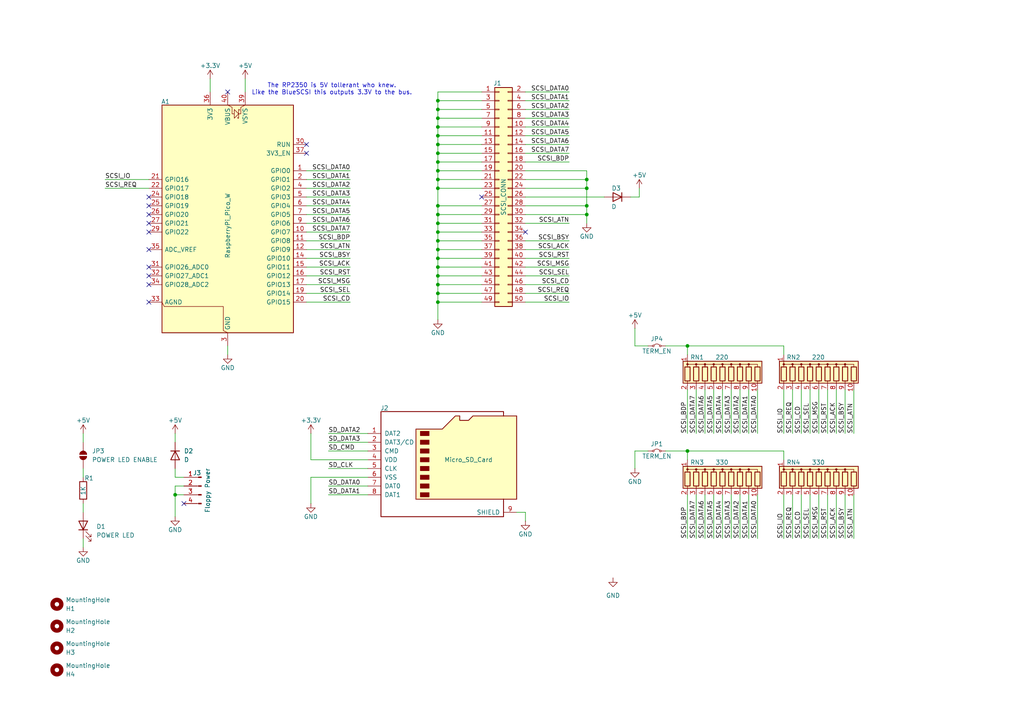
<source format=kicad_sch>
(kicad_sch (version 20250114) (generator "eeschema") (generator_version "9.0")
  (paper "A4")
  (lib_symbols
    (symbol "Connector:Conn_01x04_Pin" (pin_names (offset 1.016) (hide yes))
      (property "Reference" "J" (at 0 5.08 0))
      (property "Value" "Conn_01x04_Pin" (at 0 -7.62 0))
      (symbol "Conn_01x04_Pin_1_1"
        (rectangle (start 0.8636 2.667) (end 0 2.413) (stroke (width 0.1524)) (fill (type outline)))
        (rectangle (start 0.8636 0.127) (end 0 -0.127) (stroke (width 0.1524)) (fill (type outline)))
        (rectangle (start 0.8636 -2.413) (end 0 -2.667) (stroke (width 0.1524)) (fill (type outline)))
        (rectangle (start 0.8636 -4.953) (end 0 -5.207) (stroke (width 0.1524)) (fill (type outline)))
        (polyline (pts (xy 1.27 2.54) (xy 0.8636 2.54)) (stroke (width 0.1524)))
        (polyline (pts (xy 1.27 0) (xy 0.8636 0)) (stroke (width 0.1524)))
        (polyline (pts (xy 1.27 -2.54) (xy 0.8636 -2.54)) (stroke (width 0.1524)))
        (polyline (pts (xy 1.27 -5.08) (xy 0.8636 -5.08)) (stroke (width 0.1524)))
        (pin passive line (at 5.08 2.54 180) (length 3.81) (name "Pin_1") (number "1"))
        (pin passive line (at 5.08 0 180) (length 3.81) (name "Pin_2") (number "2"))
        (pin passive line (at 5.08 -2.54 180) (length 3.81) (name "Pin_3") (number "3"))
        (pin passive line (at 5.08 -5.08 180) (length 3.81) (name "Pin_4") (number "4"))
      )
    )
    (symbol "Connector:Micro_SD_Card" (pin_names (offset 1.016))
      (property "Reference" "J" (at -16.51 15.24 0))
      (property "Value" "Micro_SD_Card" (at 16.51 15.24 0))
      (symbol "Micro_SD_Card_0_1"
        (polyline (pts (xy -8.89 -11.43) (xy -8.89 8.89) (xy -1.27 8.89) (xy 2.54 12.7) (xy 3.81 12.7) (xy 3.81 11.43) (xy 6.35 11.43) (xy 7.62 12.7) (xy 20.32 12.7) (xy 20.32 -11.43) (xy -8.89 -11.43)) (stroke (width 0.254)) (fill (type background)))
        (rectangle (start -7.62 8.255) (end -5.08 6.985) (fill (type outline)))
        (rectangle (start -7.62 5.715) (end -5.08 4.445) (fill (type outline)))
        (rectangle (start -7.62 3.175) (end -5.08 1.905) (fill (type outline)))
        (rectangle (start -7.62 0.635) (end -5.08 -0.635) (fill (type outline)))
        (rectangle (start -7.62 -1.905) (end -5.08 -3.175) (fill (type outline)))
        (rectangle (start -7.62 -4.445) (end -5.08 -5.715) (fill (type outline)))
        (rectangle (start -7.62 -6.985) (end -5.08 -8.255) (fill (type outline)))
        (rectangle (start -7.62 -9.525) (end -5.08 -10.795) (fill (type outline)))
        (polyline (pts (xy 16.51 12.7) (xy 16.51 13.97) (xy -19.05 13.97) (xy -19.05 -16.51) (xy 16.51 -16.51) (xy 16.51 -11.43)) (stroke (width 0.254)))
      )
      (symbol "Micro_SD_Card_1_1"
        (pin bidirectional line (at -22.86 7.62 0) (length 3.81) (name "DAT2") (number "1"))
        (pin bidirectional line (at -22.86 5.08 0) (length 3.81) (name "DAT3/CD") (number "2"))
        (pin input line (at -22.86 2.54 0) (length 3.81) (name "CMD") (number "3"))
        (pin power_in line (at -22.86 0 0) (length 3.81) (name "VDD") (number "4"))
        (pin input line (at -22.86 -2.54 0) (length 3.81) (name "CLK") (number "5"))
        (pin power_in line (at -22.86 -5.08 0) (length 3.81) (name "VSS") (number "6"))
        (pin bidirectional line (at -22.86 -7.62 0) (length 3.81) (name "DAT0") (number "7"))
        (pin bidirectional line (at -22.86 -10.16 0) (length 3.81) (name "DAT1") (number "8"))
        (pin passive line (at 20.32 -15.24 180) (length 3.81) (name "SHIELD") (number "9"))
      )
    )
    (symbol "Connector_Generic:Conn_02x25_Odd_Even" (pin_names (offset 1.016) (hide yes))
      (property "Reference" "J" (at 1.27 33.02 0))
      (property "Value" "Conn_02x25_Odd_Even" (at 1.27 -33.02 0))
      (symbol "Conn_02x25_Odd_Even_1_1"
        (rectangle (start -1.27 31.75) (end 3.81 -31.75) (stroke (width 0.254)) (fill (type background)))
        (rectangle (start -1.27 30.607) (end 0 30.353) (stroke (width 0.1524)))
        (rectangle (start -1.27 28.067) (end 0 27.813) (stroke (width 0.1524)))
        (rectangle (start -1.27 25.527) (end 0 25.273) (stroke (width 0.1524)))
        (rectangle (start -1.27 22.987) (end 0 22.733) (stroke (width 0.1524)))
        (rectangle (start -1.27 20.447) (end 0 20.193) (stroke (width 0.1524)))
        (rectangle (start -1.27 17.907) (end 0 17.653) (stroke (width 0.1524)))
        (rectangle (start -1.27 15.367) (end 0 15.113) (stroke (width 0.1524)))
        (rectangle (start -1.27 12.827) (end 0 12.573) (stroke (width 0.1524)))
        (rectangle (start -1.27 10.287) (end 0 10.033) (stroke (width 0.1524)))
        (rectangle (start -1.27 7.747) (end 0 7.493) (stroke (width 0.1524)))
        (rectangle (start -1.27 5.207) (end 0 4.953) (stroke (width 0.1524)))
        (rectangle (start -1.27 2.667) (end 0 2.413) (stroke (width 0.1524)))
        (rectangle (start -1.27 0.127) (end 0 -0.127) (stroke (width 0.1524)))
        (rectangle (start -1.27 -2.413) (end 0 -2.667) (stroke (width 0.1524)))
        (rectangle (start -1.27 -4.953) (end 0 -5.207) (stroke (width 0.1524)))
        (rectangle (start -1.27 -7.493) (end 0 -7.747) (stroke (width 0.1524)))
        (rectangle (start -1.27 -10.033) (end 0 -10.287) (stroke (width 0.1524)))
        (rectangle (start -1.27 -12.573) (end 0 -12.827) (stroke (width 0.1524)))
        (rectangle (start -1.27 -15.113) (end 0 -15.367) (stroke (width 0.1524)))
        (rectangle (start -1.27 -17.653) (end 0 -17.907) (stroke (width 0.1524)))
        (rectangle (start -1.27 -20.193) (end 0 -20.447) (stroke (width 0.1524)))
        (rectangle (start -1.27 -22.733) (end 0 -22.987) (stroke (width 0.1524)))
        (rectangle (start -1.27 -25.273) (end 0 -25.527) (stroke (width 0.1524)))
        (rectangle (start -1.27 -27.813) (end 0 -28.067) (stroke (width 0.1524)))
        (rectangle (start -1.27 -30.353) (end 0 -30.607) (stroke (width 0.1524)))
        (rectangle (start 3.81 30.607) (end 2.54 30.353) (stroke (width 0.1524)))
        (rectangle (start 3.81 28.067) (end 2.54 27.813) (stroke (width 0.1524)))
        (rectangle (start 3.81 25.527) (end 2.54 25.273) (stroke (width 0.1524)))
        (rectangle (start 3.81 22.987) (end 2.54 22.733) (stroke (width 0.1524)))
        (rectangle (start 3.81 20.447) (end 2.54 20.193) (stroke (width 0.1524)))
        (rectangle (start 3.81 17.907) (end 2.54 17.653) (stroke (width 0.1524)))
        (rectangle (start 3.81 15.367) (end 2.54 15.113) (stroke (width 0.1524)))
        (rectangle (start 3.81 12.827) (end 2.54 12.573) (stroke (width 0.1524)))
        (rectangle (start 3.81 10.287) (end 2.54 10.033) (stroke (width 0.1524)))
        (rectangle (start 3.81 7.747) (end 2.54 7.493) (stroke (width 0.1524)))
        (rectangle (start 3.81 5.207) (end 2.54 4.953) (stroke (width 0.1524)))
        (rectangle (start 3.81 2.667) (end 2.54 2.413) (stroke (width 0.1524)))
        (rectangle (start 3.81 0.127) (end 2.54 -0.127) (stroke (width 0.1524)))
        (rectangle (start 3.81 -2.413) (end 2.54 -2.667) (stroke (width 0.1524)))
        (rectangle (start 3.81 -4.953) (end 2.54 -5.207) (stroke (width 0.1524)))
        (rectangle (start 3.81 -7.493) (end 2.54 -7.747) (stroke (width 0.1524)))
        (rectangle (start 3.81 -10.033) (end 2.54 -10.287) (stroke (width 0.1524)))
        (rectangle (start 3.81 -12.573) (end 2.54 -12.827) (stroke (width 0.1524)))
        (rectangle (start 3.81 -15.113) (end 2.54 -15.367) (stroke (width 0.1524)))
        (rectangle (start 3.81 -17.653) (end 2.54 -17.907) (stroke (width 0.1524)))
        (rectangle (start 3.81 -20.193) (end 2.54 -20.447) (stroke (width 0.1524)))
        (rectangle (start 3.81 -22.733) (end 2.54 -22.987) (stroke (width 0.1524)))
        (rectangle (start 3.81 -25.273) (end 2.54 -25.527) (stroke (width 0.1524)))
        (rectangle (start 3.81 -27.813) (end 2.54 -28.067) (stroke (width 0.1524)))
        (rectangle (start 3.81 -30.353) (end 2.54 -30.607) (stroke (width 0.1524)))
        (pin passive line (at -5.08 30.48 0) (length 3.81) (name "Pin_1") (number "1"))
        (pin passive line (at -5.08 27.94 0) (length 3.81) (name "Pin_3") (number "3"))
        (pin passive line (at -5.08 25.4 0) (length 3.81) (name "Pin_5") (number "5"))
        (pin passive line (at -5.08 22.86 0) (length 3.81) (name "Pin_7") (number "7"))
        (pin passive line (at -5.08 20.32 0) (length 3.81) (name "Pin_9") (number "9"))
        (pin passive line (at -5.08 17.78 0) (length 3.81) (name "Pin_11") (number "11"))
        (pin passive line (at -5.08 15.24 0) (length 3.81) (name "Pin_13") (number "13"))
        (pin passive line (at -5.08 12.7 0) (length 3.81) (name "Pin_15") (number "15"))
        (pin passive line (at -5.08 10.16 0) (length 3.81) (name "Pin_17") (number "17"))
        (pin passive line (at -5.08 7.62 0) (length 3.81) (name "Pin_19") (number "19"))
        (pin passive line (at -5.08 5.08 0) (length 3.81) (name "Pin_21") (number "21"))
        (pin passive line (at -5.08 2.54 0) (length 3.81) (name "Pin_23") (number "23"))
        (pin passive line (at -5.08 0 0) (length 3.81) (name "Pin_25") (number "25"))
        (pin passive line (at -5.08 -2.54 0) (length 3.81) (name "Pin_27") (number "27"))
        (pin passive line (at -5.08 -5.08 0) (length 3.81) (name "Pin_29") (number "29"))
        (pin passive line (at -5.08 -7.62 0) (length 3.81) (name "Pin_31") (number "31"))
        (pin passive line (at -5.08 -10.16 0) (length 3.81) (name "Pin_33") (number "33"))
        (pin passive line (at -5.08 -12.7 0) (length 3.81) (name "Pin_35") (number "35"))
        (pin passive line (at -5.08 -15.24 0) (length 3.81) (name "Pin_37") (number "37"))
        (pin passive line (at -5.08 -17.78 0) (length 3.81) (name "Pin_39") (number "39"))
        (pin passive line (at -5.08 -20.32 0) (length 3.81) (name "Pin_41") (number "41"))
        (pin passive line (at -5.08 -22.86 0) (length 3.81) (name "Pin_43") (number "43"))
        (pin passive line (at -5.08 -25.4 0) (length 3.81) (name "Pin_45") (number "45"))
        (pin passive line (at -5.08 -27.94 0) (length 3.81) (name "Pin_47") (number "47"))
        (pin passive line (at -5.08 -30.48 0) (length 3.81) (name "Pin_49") (number "49"))
        (pin passive line (at 7.62 30.48 180) (length 3.81) (name "Pin_2") (number "2"))
        (pin passive line (at 7.62 27.94 180) (length 3.81) (name "Pin_4") (number "4"))
        (pin passive line (at 7.62 25.4 180) (length 3.81) (name "Pin_6") (number "6"))
        (pin passive line (at 7.62 22.86 180) (length 3.81) (name "Pin_8") (number "8"))
        (pin passive line (at 7.62 20.32 180) (length 3.81) (name "Pin_10") (number "10"))
        (pin passive line (at 7.62 17.78 180) (length 3.81) (name "Pin_12") (number "12"))
        (pin passive line (at 7.62 15.24 180) (length 3.81) (name "Pin_14") (number "14"))
        (pin passive line (at 7.62 12.7 180) (length 3.81) (name "Pin_16") (number "16"))
        (pin passive line (at 7.62 10.16 180) (length 3.81) (name "Pin_18") (number "18"))
        (pin passive line (at 7.62 7.62 180) (length 3.81) (name "Pin_20") (number "20"))
        (pin passive line (at 7.62 5.08 180) (length 3.81) (name "Pin_22") (number "22"))
        (pin passive line (at 7.62 2.54 180) (length 3.81) (name "Pin_24") (number "24"))
        (pin passive line (at 7.62 0 180) (length 3.81) (name "Pin_26") (number "26"))
        (pin passive line (at 7.62 -2.54 180) (length 3.81) (name "Pin_28") (number "28"))
        (pin passive line (at 7.62 -5.08 180) (length 3.81) (name "Pin_30") (number "30"))
        (pin passive line (at 7.62 -7.62 180) (length 3.81) (name "Pin_32") (number "32"))
        (pin passive line (at 7.62 -10.16 180) (length 3.81) (name "Pin_34") (number "34"))
        (pin passive line (at 7.62 -12.7 180) (length 3.81) (name "Pin_36") (number "36"))
        (pin passive line (at 7.62 -15.24 180) (length 3.81) (name "Pin_38") (number "38"))
        (pin passive line (at 7.62 -17.78 180) (length 3.81) (name "Pin_40") (number "40"))
        (pin passive line (at 7.62 -20.32 180) (length 3.81) (name "Pin_42") (number "42"))
        (pin passive line (at 7.62 -22.86 180) (length 3.81) (name "Pin_44") (number "44"))
        (pin passive line (at 7.62 -25.4 180) (length 3.81) (name "Pin_46") (number "46"))
        (pin passive line (at 7.62 -27.94 180) (length 3.81) (name "Pin_48") (number "48"))
        (pin passive line (at 7.62 -30.48 180) (length 3.81) (name "Pin_50") (number "50"))
      )
    )
    (symbol "Device:D" (pin_numbers (hide yes)) (pin_names (offset 1.016) (hide yes))
      (property "Reference" "D" (at 0 2.54 0))
      (property "Value" "D" (at 0 -2.54 0))
      (symbol "D_0_1"
        (polyline (pts (xy -1.27 1.27) (xy -1.27 -1.27)) (stroke (width 0.254)))
        (polyline (pts (xy 1.27 1.27) (xy 1.27 -1.27) (xy -1.27 0) (xy 1.27 1.27)) (stroke (width 0.254)))
        (polyline (pts (xy 1.27 0) (xy -1.27 0)))
      )
      (symbol "D_1_1"
        (pin passive line (at -3.81 0 0) (length 2.54) (name "K") (number "1"))
        (pin passive line (at 3.81 0 180) (length 2.54) (name "A") (number "2"))
      )
    )
    (symbol "Device:LED" (pin_numbers (hide yes)) (pin_names (offset 1.016) (hide yes))
      (property "Reference" "D" (at 0 2.54 0))
      (property "Value" "LED" (at 0 -2.54 0))
      (symbol "LED_0_1"
        (polyline (pts (xy -3.048 -0.762) (xy -4.572 -2.286) (xy -3.81 -2.286) (xy -4.572 -2.286) (xy -4.572 -1.524)))
        (polyline (pts (xy -1.778 -0.762) (xy -3.302 -2.286) (xy -2.54 -2.286) (xy -3.302 -2.286) (xy -3.302 -1.524)))
        (polyline (pts (xy -1.27 0) (xy 1.27 0)))
        (polyline (pts (xy -1.27 -1.27) (xy -1.27 1.27)) (stroke (width 0.254)))
        (polyline (pts (xy 1.27 -1.27) (xy 1.27 1.27) (xy -1.27 0) (xy 1.27 -1.27)) (stroke (width 0.254)))
      )
      (symbol "LED_1_1"
        (pin passive line (at -3.81 0 0) (length 2.54) (name "K") (number "1"))
        (pin passive line (at 3.81 0 180) (length 2.54) (name "A") (number "2"))
      )
    )
    (symbol "Device:R" (pin_numbers (hide yes)) (pin_names (offset 0))
      (property "Reference" "R" (at 2.032 0 90))
      (property "Value" "R" (at 0 0 90))
      (symbol "R_0_1"
        (rectangle (start -1.016 -2.54) (end 1.016 2.54) (stroke (width 0.254)))
      )
      (symbol "R_1_1"
        (pin passive line (at 0 3.81 270) (length 1.27) (name "~") (number "1"))
        (pin passive line (at 0 -3.81 90) (length 1.27) (name "~") (number "2"))
      )
    )
    (symbol "Device:R_Network09" (pin_names (offset 0) (hide yes))
      (property "Reference" "RN" (at -12.7 0 90))
      (property "Value" "R_Network09" (at 12.7 0 90))
      (symbol "R_Network09_0_1"
        (rectangle (start -11.43 -3.175) (end 11.43 3.175) (stroke (width 0.254)) (fill (type background)))
        (rectangle (start -10.922 1.524) (end -9.398 -2.54) (stroke (width 0.254)))
        (circle (center -10.16 2.286) (radius 0.254) (fill (type outline)))
        (polyline (pts (xy -10.16 1.524) (xy -10.16 2.286) (xy -7.62 2.286) (xy -7.62 1.524)))
        (polyline (pts (xy -10.16 -2.54) (xy -10.16 -3.81)))
        (rectangle (start -8.382 1.524) (end -6.858 -2.54) (stroke (width 0.254)))
        (circle (center -7.62 2.286) (radius 0.254) (fill (type outline)))
        (polyline (pts (xy -7.62 1.524) (xy -7.62 2.286) (xy -5.08 2.286) (xy -5.08 1.524)))
        (polyline (pts (xy -7.62 -2.54) (xy -7.62 -3.81)))
        (rectangle (start -5.842 1.524) (end -4.318 -2.54) (stroke (width 0.254)))
        (circle (center -5.08 2.286) (radius 0.254) (fill (type outline)))
        (polyline (pts (xy -5.08 1.524) (xy -5.08 2.286) (xy -2.54 2.286) (xy -2.54 1.524)))
        (polyline (pts (xy -5.08 -2.54) (xy -5.08 -3.81)))
        (rectangle (start -3.302 1.524) (end -1.778 -2.54) (stroke (width 0.254)))
        (circle (center -2.54 2.286) (radius 0.254) (fill (type outline)))
        (polyline (pts (xy -2.54 1.524) (xy -2.54 2.286) (xy 0 2.286) (xy 0 1.524)))
        (polyline (pts (xy -2.54 -2.54) (xy -2.54 -3.81)))
        (rectangle (start -0.762 1.524) (end 0.762 -2.54) (stroke (width 0.254)))
        (circle (center 0 2.286) (radius 0.254) (fill (type outline)))
        (polyline (pts (xy 0 1.524) (xy 0 2.286) (xy 2.54 2.286) (xy 2.54 1.524)))
        (polyline (pts (xy 0 -2.54) (xy 0 -3.81)))
        (rectangle (start 1.778 1.524) (end 3.302 -2.54) (stroke (width 0.254)))
        (circle (center 2.54 2.286) (radius 0.254) (fill (type outline)))
        (polyline (pts (xy 2.54 1.524) (xy 2.54 2.286) (xy 5.08 2.286) (xy 5.08 1.524)))
        (polyline (pts (xy 2.54 -2.54) (xy 2.54 -3.81)))
        (rectangle (start 4.318 1.524) (end 5.842 -2.54) (stroke (width 0.254)))
        (circle (center 5.08 2.286) (radius 0.254) (fill (type outline)))
        (polyline (pts (xy 5.08 1.524) (xy 5.08 2.286) (xy 7.62 2.286) (xy 7.62 1.524)))
        (polyline (pts (xy 5.08 -2.54) (xy 5.08 -3.81)))
        (rectangle (start 6.858 1.524) (end 8.382 -2.54) (stroke (width 0.254)))
        (circle (center 7.62 2.286) (radius 0.254) (fill (type outline)))
        (polyline (pts (xy 7.62 1.524) (xy 7.62 2.286) (xy 10.16 2.286) (xy 10.16 1.524)))
        (polyline (pts (xy 7.62 -2.54) (xy 7.62 -3.81)))
        (rectangle (start 9.398 1.524) (end 10.922 -2.54) (stroke (width 0.254)))
        (polyline (pts (xy 10.16 -2.54) (xy 10.16 -3.81)))
      )
      (symbol "R_Network09_1_1"
        (pin passive line (at -10.16 5.08 270) (length 2.54) (name "common") (number "1"))
        (pin passive line (at -10.16 -5.08 90) (length 1.27) (name "R1") (number "2"))
        (pin passive line (at -7.62 -5.08 90) (length 1.27) (name "R2") (number "3"))
        (pin passive line (at -5.08 -5.08 90) (length 1.27) (name "R3") (number "4"))
        (pin passive line (at -2.54 -5.08 90) (length 1.27) (name "R4") (number "5"))
        (pin passive line (at 0 -5.08 90) (length 1.27) (name "R5") (number "6"))
        (pin passive line (at 2.54 -5.08 90) (length 1.27) (name "R6") (number "7"))
        (pin passive line (at 5.08 -5.08 90) (length 1.27) (name "R7") (number "8"))
        (pin passive line (at 7.62 -5.08 90) (length 1.27) (name "R8") (number "9"))
        (pin passive line (at 10.16 -5.08 90) (length 1.27) (name "R9") (number "10"))
      )
    )
    (symbol "Jumper:Jumper_2_Small_Bridged" (pin_numbers (hide yes)) (pin_names (offset 0) (hide yes))
      (property "Reference" "JP" (at 0 2.032 0))
      (property "Value" "Jumper_2_Small_Bridged" (at 0 -2.286 0))
      (symbol "Jumper_2_Small_Bridged_0_0"
        (circle (center -1.016 0) (radius 0.254))
        (circle (center 1.016 0) (radius 0.254))
      )
      (symbol "Jumper_2_Small_Bridged_0_1"
        (arc (start -0.762 0.254) (mid 0 0.5696) (end 0.762 0.254))
      )
      (symbol "Jumper_2_Small_Bridged_1_1"
        (pin passive line (at -2.54 0 0) (length 1.27) (name "A") (number "1"))
        (pin passive line (at 2.54 0 180) (length 1.27) (name "B") (number "2"))
      )
    )
    (symbol "Jumper:SolderJumper_2_Open" (pin_numbers (hide yes)) (pin_names (offset 0) (hide yes)) (in_bom no)
      (property "Reference" "JP" (at 0 2.032 0))
      (property "Value" "SolderJumper_2_Open" (at 0 -2.54 0))
      (symbol "SolderJumper_2_Open_0_1"
        (polyline (pts (xy -0.254 1.016) (xy -0.254 -1.016)))
        (arc (start -0.254 -1.016) (mid -1.2656 0) (end -0.254 1.016))
        (arc (start -0.254 -1.016) (mid -1.2656 0) (end -0.254 1.016) (fill (type outline)))
        (arc (start 0.254 1.016) (mid 1.2656 0) (end 0.254 -1.016))
        (arc (start 0.254 1.016) (mid 1.2656 0) (end 0.254 -1.016) (fill (type outline)))
        (polyline (pts (xy 0.254 1.016) (xy 0.254 -1.016)))
      )
      (symbol "SolderJumper_2_Open_1_1"
        (pin passive line (at -3.81 0 0) (length 2.54) (name "A") (number "1"))
        (pin passive line (at 3.81 0 180) (length 2.54) (name "B") (number "2"))
      )
    )
    (symbol "MCU_Module:RaspberryPi_Pico_W" (pin_names (offset 0.762))
      (property "Reference" "A" (at -19.05 35.56 0))
      (property "Value" "RaspberryPi_Pico_W" (at 7.62 35.56 0))
      (symbol "RaspberryPi_Pico_W_0_1"
        (rectangle (start -19.05 34.29) (end 19.05 -31.75) (stroke (width 0.254)) (fill (type background)))
        (polyline (pts (xy -5.08 34.29) (xy -3.81 33.655) (xy -3.81 31.75) (xy -3.175 31.75)))
        (polyline (pts (xy -3.429 32.766) (xy -3.429 33.02) (xy -3.175 33.02) (xy -3.175 30.48) (xy -2.921 30.48) (xy -2.921 30.734)))
        (polyline (pts (xy -3.175 31.75) (xy -1.905 33.02) (xy -1.905 30.48) (xy -3.175 31.75)))
        (polyline (pts (xy 0 34.29) (xy -1.27 33.655) (xy -1.27 31.75) (xy -1.905 31.75)))
        (polyline (pts (xy 0 -31.75) (xy 1.27 -31.115) (xy 1.27 -24.13) (xy 18.415 -24.13) (xy 19.05 -22.86)))
      )
      (symbol "RaspberryPi_Pico_W_1_1"
        (pin passive line (at -22.86 22.86 0) (length 3.81) (name "RUN") (number "30"))
        (pin passive line (at -22.86 20.32 0) (length 3.81) (name "3V3_EN") (number "37"))
        (pin bidirectional line (at -22.86 15.24 0) (length 3.81) (name "GPIO0") (number "1"))
        (pin bidirectional line (at -22.86 12.7 0) (length 3.81) (name "GPIO1") (number "2"))
        (pin bidirectional line (at -22.86 10.16 0) (length 3.81) (name "GPIO2") (number "4"))
        (pin bidirectional line (at -22.86 7.62 0) (length 3.81) (name "GPIO3") (number "5"))
        (pin bidirectional line (at -22.86 5.08 0) (length 3.81) (name "GPIO4") (number "6"))
        (pin bidirectional line (at -22.86 2.54 0) (length 3.81) (name "GPIO5") (number "7"))
        (pin bidirectional line (at -22.86 0 0) (length 3.81) (name "GPIO6") (number "9"))
        (pin bidirectional line (at -22.86 -2.54 0) (length 3.81) (name "GPIO7") (number "10"))
        (pin bidirectional line (at -22.86 -5.08 0) (length 3.81) (name "GPIO8") (number "11"))
        (pin bidirectional line (at -22.86 -7.62 0) (length 3.81) (name "GPIO9") (number "12"))
        (pin bidirectional line (at -22.86 -10.16 0) (length 3.81) (name "GPIO10") (number "14"))
        (pin bidirectional line (at -22.86 -12.7 0) (length 3.81) (name "GPIO11") (number "15"))
        (pin bidirectional line (at -22.86 -15.24 0) (length 3.81) (name "GPIO12") (number "16"))
        (pin bidirectional line (at -22.86 -17.78 0) (length 3.81) (name "GPIO13") (number "17"))
        (pin bidirectional line (at -22.86 -20.32 0) (length 3.81) (name "GPIO14") (number "19"))
        (pin bidirectional line (at -22.86 -22.86 0) (length 3.81) (name "GPIO15") (number "20"))
        (pin power_in line (at -5.08 38.1 270) (length 3.81) (name "VSYS") (number "39"))
        (pin power_out line (at 0 38.1 270) (length 3.81) (name "VBUS") (number "40"))
        (pin passive line (at 0 -35.56 90) (length 3.81) (hide yes) (name "GND") (number "13"))
        (pin passive line (at 0 -35.56 90) (length 3.81) (hide yes) (name "GND") (number "18"))
        (pin passive line (at 0 -35.56 90) (length 3.81) (hide yes) (name "GND") (number "23"))
        (pin passive line (at 0 -35.56 90) (length 3.81) (hide yes) (name "GND") (number "28"))
        (pin power_out line (at 0 -35.56 90) (length 3.81) (name "GND") (number "3"))
        (pin passive line (at 0 -35.56 90) (length 3.81) (hide yes) (name "GND") (number "38"))
        (pin passive line (at 0 -35.56 90) (length 3.81) (hide yes) (name "GND") (number "8"))
        (pin power_out line (at 5.08 38.1 270) (length 3.81) (name "3V3") (number "36"))
        (pin bidirectional line (at 22.86 12.7 180) (length 3.81) (name "GPIO16") (number "21"))
        (pin bidirectional line (at 22.86 10.16 180) (length 3.81) (name "GPIO17") (number "22"))
        (pin bidirectional line (at 22.86 7.62 180) (length 3.81) (name "GPIO18") (number "24"))
        (pin bidirectional line (at 22.86 5.08 180) (length 3.81) (name "GPIO19") (number "25"))
        (pin bidirectional line (at 22.86 2.54 180) (length 3.81) (name "GPIO20") (number "26"))
        (pin bidirectional line (at 22.86 0 180) (length 3.81) (name "GPIO21") (number "27"))
        (pin bidirectional line (at 22.86 -2.54 180) (length 3.81) (name "GPIO22") (number "29"))
        (pin power_in line (at 22.86 -7.62 180) (length 3.81) (name "ADC_VREF") (number "35"))
        (pin bidirectional line (at 22.86 -12.7 180) (length 3.81) (name "GPIO26_ADC0") (number "31"))
        (pin bidirectional line (at 22.86 -15.24 180) (length 3.81) (name "GPIO27_ADC1") (number "32"))
        (pin bidirectional line (at 22.86 -17.78 180) (length 3.81) (name "GPIO28_ADC2") (number "34"))
        (pin power_out line (at 22.86 -22.86 180) (length 3.81) (name "AGND") (number "33"))
      )
    )
    (symbol "Mechanical:MountingHole" (pin_names (offset 1.016)) (in_bom no)
      (property "Reference" "H" (at 0 5.08 0))
      (property "Value" "MountingHole" (at 0 3.175 0))
      (symbol "MountingHole_0_1"
        (circle (center 0 0) (radius 1.27) (stroke (width 1.27)))
      )
    )
    (symbol "power:+3.3V" (power) (pin_numbers (hide yes)) (pin_names (offset 0) (hide yes))
      (property "Value" "+3.3V" (at 0 3.556 0))
      (symbol "+3.3V_0_1"
        (polyline (pts (xy -0.762 1.27) (xy 0 2.54)))
        (polyline (pts (xy 0 2.54) (xy 0.762 1.27)))
        (polyline (pts (xy 0 0) (xy 0 2.54)))
      )
      (symbol "+3.3V_1_1"
        (pin power_in line (at 0 0 90) (length 0) (name "~") (number "1"))
      )
    )
    (symbol "power:+5V" (power) (pin_numbers (hide yes)) (pin_names (offset 0) (hide yes))
      (property "Value" "+5V" (at 0 3.556 0))
      (symbol "+5V_0_1"
        (polyline (pts (xy -0.762 1.27) (xy 0 2.54)))
        (polyline (pts (xy 0 2.54) (xy 0.762 1.27)))
        (polyline (pts (xy 0 0) (xy 0 2.54)))
      )
      (symbol "+5V_1_1"
        (pin power_in line (at 0 0 90) (length 0) (name "~") (number "1"))
      )
    )
    (symbol "power:GND" (power) (pin_numbers (hide yes)) (pin_names (offset 0) (hide yes))
      (property "Value" "GND" (at 0 -3.81 0))
      (symbol "GND_0_1"
        (polyline (pts (xy 0 0) (xy 0 -1.27) (xy 1.27 -1.27) (xy 0 -2.54) (xy -1.27 -1.27) (xy 0 -1.27)))
      )
      (symbol "GND_1_1"
        (pin power_in line (at 0 0 270) (length 0) (name "~") (number "1"))
      )
    )
  )
  (text "The RP2350 is 5V tollerant who knew.\nLike the BlueSCSI this outputs 3.3V to the bus." (at 96.266 25.908 0) (effects (font (size 1.27 1.27))))
  (junction (at 127 31.75))
  (junction (at 127 87.63))
  (junction (at 127 62.23))
  (junction (at 170.18 54.61))
  (junction (at 127 54.61))
  (junction (at 127 34.29))
  (junction (at 127 69.85))
  (junction (at 127 77.47))
  (junction (at 127 64.77))
  (junction (at 127 29.21))
  (junction (at 127 85.09))
  (junction (at 170.18 52.07))
  (junction (at 199.39 130.81))
  (junction (at 127 46.99))
  (junction (at 50.8 143.51))
  (junction (at 127 67.31))
  (junction (at 127 39.37))
  (junction (at 199.39 100.33))
  (junction (at 127 41.91))
  (junction (at 127 49.53))
  (junction (at 127 74.93))
  (junction (at 127 44.45))
  (junction (at 127 72.39))
  (junction (at 127 80.01))
  (junction (at 127 52.07))
  (junction (at 127 82.55))
  (junction (at 127 36.83))
  (junction (at 170.18 62.23))
  (junction (at 127 59.69))
  (junction (at 170.18 59.69))
  (no_connect (at 88.9 44.45))
  (no_connect (at 53.34 146.05))
  (no_connect (at 88.9 41.91))
  (no_connect (at 139.7 57.15))
  (no_connect (at 43.18 62.23))
  (no_connect (at 43.18 87.63))
  (no_connect (at 43.18 77.47))
  (no_connect (at 152.4 67.31))
  (no_connect (at 43.18 72.39))
  (no_connect (at 66.04 26.67))
  (no_connect (at 43.18 80.01))
  (no_connect (at 43.18 67.31))
  (no_connect (at 43.18 64.77))
  (no_connect (at 43.18 59.69))
  (no_connect (at 43.18 82.55))
  (no_connect (at 43.18 57.15))
  (wire (pts (xy 127 82.55) (xy 139.7 82.55)))
  (wire (pts (xy 152.4 87.63) (xy 165.1 87.63)))
  (wire (pts (xy 184.15 100.33) (xy 187.96 100.33)))
  (wire (pts (xy 127 54.61) (xy 139.7 54.61)))
  (wire (pts (xy 90.17 138.43) (xy 106.68 138.43)))
  (wire (pts (xy 152.4 34.29) (xy 165.1 34.29)))
  (wire (pts (xy 88.9 57.15) (xy 101.6 57.15)))
  (wire (pts (xy 199.39 143.51) (xy 199.39 156.21)))
  (wire (pts (xy 88.9 80.01) (xy 101.6 80.01)))
  (wire (pts (xy 127 46.99) (xy 139.7 46.99)))
  (wire (pts (xy 152.4 31.75) (xy 165.1 31.75)))
  (wire (pts (xy 152.4 72.39) (xy 165.1 72.39)))
  (wire (pts (xy 88.9 67.31) (xy 101.6 67.31)))
  (wire (pts (xy 217.17 143.51) (xy 217.17 156.21)))
  (wire (pts (xy 127 39.37) (xy 139.7 39.37)))
  (wire (pts (xy 50.8 140.97) (xy 53.34 140.97)))
  (wire (pts (xy 95.25 140.97) (xy 106.68 140.97)))
  (wire (pts (xy 90.17 125.73) (xy 90.17 133.35)))
  (wire (pts (xy 152.4 54.61) (xy 170.18 54.61)))
  (wire (pts (xy 152.4 36.83) (xy 165.1 36.83)))
  (wire (pts (xy 170.18 62.23) (xy 170.18 64.77)))
  (wire (pts (xy 24.13 146.05) (xy 24.13 148.59)))
  (wire (pts (xy 204.47 113.03) (xy 204.47 125.73)))
  (wire (pts (xy 170.18 54.61) (xy 170.18 52.07)))
  (wire (pts (xy 199.39 102.87) (xy 199.39 100.33)))
  (wire (pts (xy 127 62.23) (xy 139.7 62.23)))
  (wire (pts (xy 149.86 148.59) (xy 152.4 148.59)))
  (wire (pts (xy 217.17 113.03) (xy 217.17 125.73)))
  (wire (pts (xy 201.93 113.03) (xy 201.93 125.73)))
  (wire (pts (xy 184.15 95.25) (xy 184.15 100.33)))
  (wire (pts (xy 88.9 77.47) (xy 101.6 77.47)))
  (wire (pts (xy 127 59.69) (xy 139.7 59.69)))
  (wire (pts (xy 127 34.29) (xy 139.7 34.29)))
  (wire (pts (xy 127 74.93) (xy 139.7 74.93)))
  (wire (pts (xy 88.9 62.23) (xy 101.6 62.23)))
  (wire (pts (xy 170.18 59.69) (xy 170.18 62.23)))
  (wire (pts (xy 229.87 143.51) (xy 229.87 156.21)))
  (wire (pts (xy 185.42 57.15) (xy 185.42 54.61)))
  (wire (pts (xy 227.33 113.03) (xy 227.33 125.73)))
  (wire (pts (xy 193.04 130.81) (xy 199.39 130.81)))
  (wire (pts (xy 127 44.45) (xy 139.7 44.45)))
  (wire (pts (xy 88.9 69.85) (xy 101.6 69.85)))
  (wire (pts (xy 170.18 49.53) (xy 170.18 52.07)))
  (wire (pts (xy 227.33 130.81) (xy 227.33 133.35)))
  (wire (pts (xy 242.57 143.51) (xy 242.57 156.21)))
  (wire (pts (xy 237.49 113.03) (xy 237.49 125.73)))
  (wire (pts (xy 50.8 138.43) (xy 53.34 138.43)))
  (wire (pts (xy 127 31.75) (xy 139.7 31.75)))
  (wire (pts (xy 127 31.75) (xy 127 34.29)))
  (wire (pts (xy 209.55 113.03) (xy 209.55 125.73)))
  (wire (pts (xy 152.4 69.85) (xy 165.1 69.85)))
  (wire (pts (xy 209.55 143.51) (xy 209.55 156.21)))
  (wire (pts (xy 127 67.31) (xy 139.7 67.31)))
  (wire (pts (xy 152.4 57.15) (xy 175.26 57.15)))
  (wire (pts (xy 95.25 130.81) (xy 106.68 130.81)))
  (wire (pts (xy 127 64.77) (xy 127 67.31)))
  (wire (pts (xy 127 39.37) (xy 127 41.91)))
  (wire (pts (xy 152.4 52.07) (xy 170.18 52.07)))
  (wire (pts (xy 88.9 85.09) (xy 101.6 85.09)))
  (wire (pts (xy 170.18 54.61) (xy 170.18 59.69)))
  (wire (pts (xy 95.25 143.51) (xy 106.68 143.51)))
  (wire (pts (xy 95.25 125.73) (xy 106.68 125.73)))
  (wire (pts (xy 43.18 54.61) (xy 30.48 54.61)))
  (wire (pts (xy 204.47 143.51) (xy 204.47 156.21)))
  (wire (pts (xy 240.03 143.51) (xy 240.03 156.21)))
  (wire (pts (xy 227.33 100.33) (xy 227.33 102.87)))
  (wire (pts (xy 90.17 133.35) (xy 106.68 133.35)))
  (wire (pts (xy 199.39 113.03) (xy 199.39 125.73)))
  (wire (pts (xy 193.04 100.33) (xy 199.39 100.33)))
  (wire (pts (xy 50.8 125.73) (xy 50.8 128.27)))
  (wire (pts (xy 88.9 52.07) (xy 101.6 52.07)))
  (wire (pts (xy 127 34.29) (xy 127 36.83)))
  (wire (pts (xy 127 69.85) (xy 127 72.39)))
  (wire (pts (xy 127 64.77) (xy 139.7 64.77)))
  (wire (pts (xy 88.9 59.69) (xy 101.6 59.69)))
  (wire (pts (xy 88.9 54.61) (xy 101.6 54.61)))
  (wire (pts (xy 95.25 135.89) (xy 106.68 135.89)))
  (wire (pts (xy 152.4 64.77) (xy 165.1 64.77)))
  (wire (pts (xy 127 36.83) (xy 139.7 36.83)))
  (wire (pts (xy 127 77.47) (xy 139.7 77.47)))
  (wire (pts (xy 185.42 57.15) (xy 182.88 57.15)))
  (wire (pts (xy 207.01 113.03) (xy 207.01 125.73)))
  (wire (pts (xy 127 85.09) (xy 127 87.63)))
  (wire (pts (xy 127 85.09) (xy 139.7 85.09)))
  (wire (pts (xy 232.41 143.51) (xy 232.41 156.21)))
  (wire (pts (xy 247.65 113.03) (xy 247.65 125.73)))
  (wire (pts (xy 199.39 100.33) (xy 227.33 100.33)))
  (wire (pts (xy 127 36.83) (xy 127 39.37)))
  (wire (pts (xy 50.8 143.51) (xy 53.34 143.51)))
  (wire (pts (xy 90.17 138.43) (xy 90.17 146.05)))
  (wire (pts (xy 219.71 143.51) (xy 219.71 156.21)))
  (wire (pts (xy 88.9 49.53) (xy 101.6 49.53)))
  (wire (pts (xy 152.4 41.91) (xy 165.1 41.91)))
  (wire (pts (xy 127 59.69) (xy 127 62.23)))
  (wire (pts (xy 152.4 148.59) (xy 152.4 151.13)))
  (wire (pts (xy 201.93 143.51) (xy 201.93 156.21)))
  (wire (pts (xy 245.11 113.03) (xy 245.11 125.73)))
  (wire (pts (xy 152.4 29.21) (xy 165.1 29.21)))
  (wire (pts (xy 88.9 74.93) (xy 101.6 74.93)))
  (wire (pts (xy 66.04 100.33) (xy 66.04 102.87)))
  (wire (pts (xy 127 72.39) (xy 127 74.93)))
  (wire (pts (xy 127 69.85) (xy 139.7 69.85)))
  (wire (pts (xy 245.11 143.51) (xy 245.11 156.21)))
  (wire (pts (xy 127 41.91) (xy 139.7 41.91)))
  (wire (pts (xy 184.15 130.81) (xy 187.96 130.81)))
  (wire (pts (xy 127 62.23) (xy 127 64.77)))
  (wire (pts (xy 127 52.07) (xy 139.7 52.07)))
  (wire (pts (xy 127 80.01) (xy 139.7 80.01)))
  (wire (pts (xy 214.63 143.51) (xy 214.63 156.21)))
  (wire (pts (xy 229.87 113.03) (xy 229.87 125.73)))
  (wire (pts (xy 127 87.63) (xy 139.7 87.63)))
  (wire (pts (xy 60.96 22.86) (xy 60.96 26.67)))
  (wire (pts (xy 240.03 113.03) (xy 240.03 125.73)))
  (wire (pts (xy 152.4 26.67) (xy 165.1 26.67)))
  (wire (pts (xy 152.4 62.23) (xy 170.18 62.23)))
  (wire (pts (xy 232.41 113.03) (xy 232.41 125.73)))
  (wire (pts (xy 184.15 130.81) (xy 184.15 135.89)))
  (wire (pts (xy 88.9 82.55) (xy 101.6 82.55)))
  (wire (pts (xy 88.9 72.39) (xy 101.6 72.39)))
  (wire (pts (xy 207.01 143.51) (xy 207.01 156.21)))
  (wire (pts (xy 127 54.61) (xy 127 59.69)))
  (wire (pts (xy 127 29.21) (xy 127 31.75)))
  (wire (pts (xy 95.25 128.27) (xy 106.68 128.27)))
  (wire (pts (xy 152.4 44.45) (xy 165.1 44.45)))
  (wire (pts (xy 127 72.39) (xy 139.7 72.39)))
  (wire (pts (xy 127 26.67) (xy 139.7 26.67)))
  (wire (pts (xy 127 26.67) (xy 127 29.21)))
  (wire (pts (xy 127 87.63) (xy 127 92.71)))
  (wire (pts (xy 50.8 135.89) (xy 50.8 138.43)))
  (wire (pts (xy 88.9 87.63) (xy 101.6 87.63)))
  (wire (pts (xy 24.13 135.89) (xy 24.13 138.43)))
  (wire (pts (xy 24.13 156.21) (xy 24.13 158.75)))
  (wire (pts (xy 127 44.45) (xy 127 46.99)))
  (wire (pts (xy 152.4 74.93) (xy 165.1 74.93)))
  (wire (pts (xy 234.95 143.51) (xy 234.95 156.21)))
  (wire (pts (xy 127 29.21) (xy 139.7 29.21)))
  (wire (pts (xy 127 49.53) (xy 139.7 49.53)))
  (wire (pts (xy 212.09 143.51) (xy 212.09 156.21)))
  (wire (pts (xy 242.57 113.03) (xy 242.57 125.73)))
  (wire (pts (xy 127 67.31) (xy 127 69.85)))
  (wire (pts (xy 152.4 39.37) (xy 165.1 39.37)))
  (wire (pts (xy 71.12 22.86) (xy 71.12 26.67)))
  (wire (pts (xy 127 41.91) (xy 127 44.45)))
  (wire (pts (xy 199.39 133.35) (xy 199.39 130.81)))
  (wire (pts (xy 152.4 59.69) (xy 170.18 59.69)))
  (wire (pts (xy 152.4 46.99) (xy 165.1 46.99)))
  (wire (pts (xy 88.9 64.77) (xy 101.6 64.77)))
  (wire (pts (xy 214.63 113.03) (xy 214.63 125.73)))
  (wire (pts (xy 152.4 80.01) (xy 165.1 80.01)))
  (wire (pts (xy 50.8 140.97) (xy 50.8 143.51)))
  (wire (pts (xy 127 74.93) (xy 127 77.47)))
  (wire (pts (xy 247.65 143.51) (xy 247.65 156.21)))
  (wire (pts (xy 152.4 82.55) (xy 165.1 82.55)))
  (wire (pts (xy 152.4 85.09) (xy 165.1 85.09)))
  (wire (pts (xy 127 77.47) (xy 127 80.01)))
  (wire (pts (xy 152.4 77.47) (xy 165.1 77.47)))
  (wire (pts (xy 127 52.07) (xy 127 54.61)))
  (wire (pts (xy 50.8 143.51) (xy 50.8 149.86)))
  (wire (pts (xy 152.4 49.53) (xy 170.18 49.53)))
  (wire (pts (xy 227.33 143.51) (xy 227.33 156.21)))
  (wire (pts (xy 219.71 113.03) (xy 219.71 125.73)))
  (wire (pts (xy 212.09 113.03) (xy 212.09 125.73)))
  (wire (pts (xy 237.49 143.51) (xy 237.49 156.21)))
  (wire (pts (xy 127 49.53) (xy 127 52.07)))
  (wire (pts (xy 199.39 130.81) (xy 227.33 130.81)))
  (wire (pts (xy 234.95 113.03) (xy 234.95 125.73)))
  (wire (pts (xy 127 82.55) (xy 127 85.09)))
  (wire (pts (xy 127 46.99) (xy 127 49.53)))
  (wire (pts (xy 24.13 125.73) (xy 24.13 128.27)))
  (wire (pts (xy 127 80.01) (xy 127 82.55)))
  (wire (pts (xy 43.18 52.07) (xy 30.48 52.07)))
  (label "SCSI_RST" (at 101.6 80.01 180))
  (label "SCSI_DATA1" (at 101.6 52.07 180))
  (label "SCSI_IO" (at 165.1 87.63 180))
  (label "SCSI_BDP" (at 165.1 46.99 180))
  (label "SCSI_ACK" (at 165.1 72.39 180))
  (label "SCSI_DATA7" (at 201.93 156.21 90))
  (label "SD_CLK" (at 95.25 135.89 0))
  (label "SD_DATA0" (at 95.25 140.97 0))
  (label "SCSI_MSG" (at 165.1 77.47 180))
  (label "SCSI_REQ" (at 30.48 54.61 0))
  (label "SCSI_RST" (at 165.1 74.93 180))
  (label "SCSI_DATA2" (at 214.63 125.73 90))
  (label "SCSI_REQ" (at 229.87 125.73 90))
  (label "SCSI_DATA4" (at 101.6 59.69 180))
  (label "SCSI_DATA0" (at 219.71 125.73 90))
  (label "SCSI_DATA3" (at 165.1 34.29 180))
  (label "SCSI_DATA6" (at 101.6 64.77 180))
  (label "SCSI_ATN" (at 101.6 72.39 180))
  (label "SCSI_DATA4" (at 209.55 125.73 90))
  (label "SCSI_BDP" (at 199.39 156.21 90))
  (label "SCSI_BSY" (at 101.6 74.93 180))
  (label "SCSI_DATA2" (at 214.63 156.21 90))
  (label "SCSI_DATA0" (at 101.6 49.53 180))
  (label "SCSI_DATA5" (at 207.01 125.73 90))
  (label "SCSI_DATA5" (at 101.6 62.23 180))
  (label "SCSI_MSG" (at 101.6 82.55 180))
  (label "SCSI_DATA2" (at 165.1 31.75 180))
  (label "SCSI_RST" (at 240.03 156.21 90))
  (label "SCSI_IO" (at 227.33 125.73 90))
  (label "SD_CMD" (at 95.25 130.81 0))
  (label "SCSI_DATA6" (at 165.1 41.91 180))
  (label "SCSI_ATN" (at 247.65 156.21 90))
  (label "SCSI_DATA4" (at 209.55 156.21 90))
  (label "SCSI_ACK" (at 242.57 125.73 90))
  (label "SCSI_REQ" (at 229.87 156.21 90))
  (label "SCSI_DATA6" (at 204.47 125.73 90))
  (label "SCSI_IO" (at 30.48 52.07 0))
  (label "SCSI_ATN" (at 247.65 125.73 90))
  (label "SCSI_DATA7" (at 201.93 125.73 90))
  (label "SCSI_DATA1" (at 217.17 125.73 90))
  (label "SCSI_IO" (at 227.33 156.21 90))
  (label "SCSI_BDP" (at 199.39 125.73 90))
  (label "SCSI_BDP" (at 101.6 69.85 180))
  (label "SCSI_DATA3" (at 212.09 125.73 90))
  (label "SCSI_CD" (at 232.41 156.21 90))
  (label "SCSI_DATA0" (at 219.71 156.21 90))
  (label "SCSI_DATA7" (at 101.6 67.31 180))
  (label "SCSI_DATA7" (at 165.1 44.45 180))
  (label "SCSI_DATA2" (at 101.6 54.61 180))
  (label "SCSI_MSG" (at 237.49 156.21 90))
  (label "SCSI_CD" (at 165.1 82.55 180))
  (label "SD_DATA3" (at 95.25 128.27 0))
  (label "SCSI_ATN" (at 165.1 64.77 180))
  (label "SCSI_SEL" (at 234.95 156.21 90))
  (label "SCSI_SEL" (at 165.1 80.01 180))
  (label "SCSI_SEL" (at 101.6 85.09 180))
  (label "SCSI_MSG" (at 237.49 125.73 90))
  (label "SCSI_DATA0" (at 165.1 26.67 180))
  (label "SCSI_RST" (at 240.03 125.73 90))
  (label "SCSI_DATA4" (at 165.1 36.83 180))
  (label "SCSI_BSY" (at 245.11 125.73 90))
  (label "SCSI_DATA1" (at 217.17 156.21 90))
  (label "SCSI_DATA5" (at 165.1 39.37 180))
  (label "SCSI_ACK" (at 101.6 77.47 180))
  (label "SD_DATA2" (at 95.25 125.73 0))
  (label "SCSI_DATA3" (at 212.09 156.21 90))
  (label "SCSI_CD" (at 101.6 87.63 180))
  (label "SCSI_DATA3" (at 101.6 57.15 180))
  (label "SCSI_SEL" (at 234.95 125.73 90))
  (label "SCSI_DATA6" (at 204.47 156.21 90))
  (label "SCSI_CD" (at 232.41 125.73 90))
  (label "SCSI_BSY" (at 165.1 69.85 180))
  (label "SCSI_DATA5" (at 207.01 156.21 90))
  (label "SD_DATA1" (at 95.25 143.51 0))
  (label "SCSI_BSY" (at 245.11 156.21 90))
  (label "SCSI_DATA1" (at 165.1 29.21 180))
  (label "SCSI_ACK" (at 242.57 156.21 90))
  (label "SCSI_REQ" (at 165.1 85.09 180))
  (symbol (lib_id "Connector_Generic:Conn_02x25_Odd_Even") (at 144.78 57.15 0) (unit 1)
    (property "Reference" "J1" (at 144.272 24.13 0))
    (property "Value" "SCSI_CONN" (at 146.05 57.15 90))
    (property "Description" "Generic connector, double row, 02x25, odd/even pin numbering scheme (row 1 odd numbers, row 2 even numbers), script generated (kicad-library-utils/schlib/autogen/connector/)" (effects (hide yes)))
  )
  (symbol (lib_id "Device:D") (at 179.07 57.15 180) (unit 1)
    (property "Reference" "D3" (at 180.086 54.61 0) (effects (justify left)))
    (property "Value" "D" (at 178.816 59.944 0) (effects (justify left)))
    (property "Description" "Diode" (effects (hide yes)))
    (property "Sim.Device" "D" (effects (hide yes)))
    (property "Sim.Pins" "1=K 2=A" (effects (hide yes)))
  )
  (symbol (lib_id "Device:R_Network09") (at 237.49 107.95 0) (unit 1)
    (property "Reference" "RN2" (at 232.156 103.632 0) (effects (justify right)))
    (property "Value" "220" (at 239.268 103.632 0) (effects (justify right)))
    (property "Footprint" "Resistor_THT:R_Array_SIP10" (effects (hide yes)))
    (property "Datasheet" "http://www.vishay.com/docs/31509/csc.pdf" (effects (hide yes)))
    (property "Description" "9 resistor network, star topology, bussed resistors, small symbol" (effects (hide yes)))
  )
  (symbol (lib_id "power:+3.3V") (at 60.96 22.86 0) (unit 1)
    (property "Reference" "#PWR011" (effects (hide yes)))
    (property "Value" "+3.3V" (at 60.96 19.05 0))
    (property "Description" "Power symbol creates a global label with name \"+3.3V\"" (effects (hide yes)))
  )
  (symbol (lib_id "Device:D") (at 50.8 132.08 270) (unit 1)
    (property "Reference" "D2" (at 53.34 130.8099 90) (effects (justify left)))
    (property "Value" "D" (at 53.34 133.3499 90) (effects (justify left)))
    (property "Description" "Diode" (effects (hide yes)))
    (property "Sim.Device" "D" (effects (hide yes)))
    (property "Sim.Pins" "1=K 2=A" (effects (hide yes)))
  )
  (symbol (lib_id "Device:R_Network09") (at 209.55 138.43 0) (unit 1)
    (property "Reference" "RN3" (at 204.216 134.112 0) (effects (justify right)))
    (property "Value" "330" (at 211.328 134.112 0) (effects (justify right)))
    (property "Footprint" "Resistor_THT:R_Array_SIP10" (effects (hide yes)))
    (property "Datasheet" "http://www.vishay.com/docs/31509/csc.pdf" (effects (hide yes)))
    (property "Description" "9 resistor network, star topology, bussed resistors, small symbol" (effects (hide yes)))
  )
  (symbol (lib_id "Connector:Micro_SD_Card") (at 129.54 133.35 0) (unit 1)
    (property "Reference" "J2" (at 111.506 118.364 0))
    (property "Value" "Micro_SD_Card" (at 135.89 133.35 0))
    (property "Datasheet" "https://www.we-online.com/components/products/datasheet/693072010801.pdf" (effects (hide yes)))
    (property "Description" "Micro SD Card Socket" (effects (hide yes)))
  )
  (symbol (lib_id "power:+5V") (at 50.8 125.73 0) (unit 1)
    (property "Reference" "#PWR013" (effects (hide yes)))
    (property "Value" "+5V" (at 50.8 121.92 0))
    (property "Description" "Power symbol creates a global label with name \"+5V\"" (effects (hide yes)))
  )
  (symbol (lib_id "Device:LED") (at 24.13 152.4 90) (unit 1)
    (property "Reference" "D1" (at 27.94 152.7174 90) (effects (justify right)))
    (property "Value" "POWER LED" (at 27.94 155.2574 90) (effects (justify right)))
    (property "Description" "Light emitting diode" (effects (hide yes)))
    (property "Sim.Pins" "1=K 2=A" (effects (hide yes)))
  )
  (symbol (lib_id "power:+5V") (at 71.12 22.86 0) (unit 1)
    (property "Reference" "#PWR08" (effects (hide yes)))
    (property "Value" "+5V" (at 71.12 19.05 0))
    (property "Description" "Power symbol creates a global label with name \"+5V\"" (effects (hide yes)))
  )
  (symbol (lib_id "Device:R_Network09") (at 209.55 107.95 0) (unit 1)
    (property "Reference" "RN1" (at 204.216 103.632 0) (effects (justify right)))
    (property "Value" "220" (at 211.328 103.632 0) (effects (justify right)))
    (property "Footprint" "Resistor_THT:R_Array_SIP10" (effects (hide yes)))
    (property "Datasheet" "http://www.vishay.com/docs/31509/csc.pdf" (effects (hide yes)))
    (property "Description" "9 resistor network, star topology, bussed resistors, small symbol" (effects (hide yes)))
  )
  (symbol (lib_id "Mechanical:MountingHole") (at 16.51 194.31 0) (mirror x) (unit 1) (in_bom no)
    (property "Reference" "H4" (at 19.05 195.5801 0) (effects (justify left)))
    (property "Value" "MountingHole" (at 19.05 193.0401 0) (effects (justify left)))
    (property "Description" "Mounting Hole without connection" (effects (hide yes)))
  )
  (symbol (lib_id "power:GND") (at 127 92.71 0) (unit 1)
    (property "Reference" "#PWR01" (effects (hide yes)))
    (property "Value" "GND" (at 127 96.52 0))
    (property "Description" "Power symbol creates a global label with name \"GND\" , ground" (effects (hide yes)))
  )
  (symbol (lib_id "Connector:Conn_01x04_Pin") (at 58.42 140.97 0) (mirror y) (unit 1)
    (property "Reference" "J3" (at 57.15 137.16 0))
    (property "Value" "Floppy Power" (at 60.198 142.24 90))
    (property "Description" "Generic connector, single row, 01x04, script generated" (effects (hide yes)))
  )
  (symbol (lib_id "power:+5V") (at 24.13 125.73 0) (unit 1)
    (property "Reference" "#PWR012" (effects (hide yes)))
    (property "Value" "+5V" (at 24.13 121.92 0))
    (property "Description" "Power symbol creates a global label with name \"+5V\"" (effects (hide yes)))
  )
  (symbol (lib_id "MCU_Module:RaspberryPi_Pico_W") (at 66.04 64.77 0) (mirror y) (unit 1)
    (property "Reference" "A1" (at 49.276 29.464 0) (effects (justify left)))
    (property "Value" "RaspberryPi_Pico_W" (at 66.04 74.93 90) (effects (justify left)))
    (property "Footprint" "Module:RaspberryPi_Pico_W_SMD_HandSolder" (effects (hide yes)))
    (property "Datasheet" "https://datasheets.raspberrypi.com/picow/pico-w-datasheet.pdf" (effects (hide yes)))
    (property "Description" "Versatile and inexpensive wireless microcontroller module powered by RP2040 dual-core Arm Cortex-M0+ processor up to 133 MHz, 264kB SRAM, 2MB QSPI flash, Infineon CYW43439 2.4GHz 802.11n wireless LAN; also supports Raspberry Pi Pico 2 W" (effects (hide yes)))
  )
  (symbol (lib_id "power:GND") (at 170.18 64.77 0) (unit 1)
    (property "Reference" "#PWR015" (effects (hide yes)))
    (property "Value" "GND" (at 170.18 68.58 0))
    (property "Description" "Power symbol creates a global label with name \"GND\" , ground" (effects (hide yes)))
  )
  (symbol (lib_id "power:+5V") (at 185.42 54.61 0) (unit 1)
    (property "Reference" "#PWR016" (effects (hide yes)))
    (property "Value" "+5V" (at 185.42 50.8 0))
    (property "Description" "Power symbol creates a global label with name \"+5V\"" (effects (hide yes)))
  )
  (symbol (lib_id "Jumper:SolderJumper_2_Open") (at 24.13 132.08 90) (unit 1) (in_bom no)
    (property "Reference" "JP3" (at 26.67 130.8099 90) (effects (justify right)))
    (property "Value" "POWER LED ENABLE" (at 26.67 133.3499 90) (effects (justify right)))
    (property "Description" "Solder Jumper, 2-pole, open" (effects (hide yes)))
  )
  (symbol (lib_id "power:GND") (at 90.17 146.05 0) (unit 1)
    (property "Reference" "#PWR04" (effects (hide yes)))
    (property "Value" "GND" (at 90.17 149.86 0))
    (property "Description" "Power symbol creates a global label with name \"GND\" , ground" (effects (hide yes)))
  )
  (symbol (lib_id "power:GND") (at 184.15 135.89 0) (unit 1)
    (property "Reference" "#PWR06" (effects (hide yes)))
    (property "Value" "GND" (at 184.15 139.7 0))
    (property "Description" "Power symbol creates a global label with name \"GND\" , ground" (effects (hide yes)))
  )
  (symbol (lib_id "power:GND") (at 50.8 149.86 0) (unit 1)
    (property "Reference" "#PWR014" (effects (hide yes)))
    (property "Value" "GND" (at 50.8 153.67 0))
    (property "Description" "Power symbol creates a global label with name \"GND\" , ground" (effects (hide yes)))
  )
  (symbol (lib_id "Mechanical:MountingHole") (at 16.51 181.61 0) (mirror x) (unit 1) (in_bom no)
    (property "Reference" "H2" (at 19.05 182.8801 0) (effects (justify left)))
    (property "Value" "MountingHole" (at 19.05 180.3401 0) (effects (justify left)))
    (property "Description" "Mounting Hole without connection" (effects (hide yes)))
  )
  (symbol (lib_id "Device:R") (at 24.13 142.24 180) (unit 1)
    (property "Reference" "R1" (at 27.178 138.684 0) (effects (justify left)))
    (property "Value" "1K" (at 24.13 140.97 90) (effects (justify left)))
    (property "Description" "Resistor" (effects (hide yes)))
  )
  (symbol (lib_id "Mechanical:MountingHole") (at 16.51 175.26 0) (mirror x) (unit 1) (in_bom no)
    (property "Reference" "H1" (at 19.05 176.5301 0) (effects (justify left)))
    (property "Value" "MountingHole" (at 19.05 173.9901 0) (effects (justify left)))
    (property "Description" "Mounting Hole without connection" (effects (hide yes)))
  )
  (symbol (lib_id "power:GND") (at 24.13 158.75 0) (unit 1)
    (property "Reference" "#PWR07" (effects (hide yes)))
    (property "Value" "GND" (at 24.13 162.56 0))
    (property "Description" "Power symbol creates a global label with name \"GND\" , ground" (effects (hide yes)))
  )
  (symbol (lib_id "Mechanical:MountingHole") (at 16.51 187.96 0) (mirror x) (unit 1) (in_bom no)
    (property "Reference" "H3" (at 19.05 189.2301 0) (effects (justify left)))
    (property "Value" "MountingHole" (at 19.05 186.6901 0) (effects (justify left)))
    (property "Description" "Mounting Hole without connection" (effects (hide yes)))
  )
  (symbol (lib_id "power:+3.3V") (at 90.17 125.73 0) (unit 1)
    (property "Reference" "#PWR09" (effects (hide yes)))
    (property "Value" "+3.3V" (at 90.17 121.92 0))
    (property "Description" "Power symbol creates a global label with name \"+3.3V\"" (effects (hide yes)))
  )
  (symbol (lib_id "power:+5V") (at 184.15 95.25 0) (unit 1)
    (property "Reference" "#PWR05" (effects (hide yes)))
    (property "Value" "+5V" (at 184.15 91.44 0))
    (property "Description" "Power symbol creates a global label with name \"+5V\"" (effects (hide yes)))
  )
  (symbol (lib_id "power:GND") (at 66.04 102.87 0) (unit 1)
    (property "Reference" "#PWR010" (effects (hide yes)))
    (property "Value" "GND" (at 66.04 106.68 0))
    (property "Description" "Power symbol creates a global label with name \"GND\" , ground" (effects (hide yes)))
  )
  (symbol (lib_id "power:GND") (at 152.4 151.13 0) (unit 1)
    (property "Reference" "#PWR02" (effects (hide yes)))
    (property "Value" "GND" (at 152.4 154.94 0))
    (property "Description" "Power symbol creates a global label with name \"GND\" , ground" (effects (hide yes)))
  )
  (symbol (lib_id "Device:R_Network09") (at 237.49 138.43 0) (unit 1)
    (property "Reference" "RN4" (at 232.156 134.112 0) (effects (justify right)))
    (property "Value" "330" (at 239.268 134.112 0) (effects (justify right)))
    (property "Footprint" "Resistor_THT:R_Array_SIP10" (effects (hide yes)))
    (property "Datasheet" "http://www.vishay.com/docs/31509/csc.pdf" (effects (hide yes)))
    (property "Description" "9 resistor network, star topology, bussed resistors, small symbol" (effects (hide yes)))
  )
  (symbol (lib_id "Jumper:Jumper_2_Small_Bridged") (at 190.5 130.81 0) (unit 1)
    (property "Reference" "JP1" (at 190.5 128.778 0))
    (property "Value" "TERM_EN" (at 190.5 132.334 0))
    (property "Description" "Jumper, 2-pole, small symbol, bridged" (effects (hide yes)))
  )
  (symbol (lib_id "Jumper:Jumper_2_Small_Bridged") (at 190.5 100.33 0) (unit 1)
    (property "Reference" "JP4" (at 190.5 98.298 0))
    (property "Value" "TERM_EN" (at 190.5 101.854 0))
    (property "Description" "Jumper, 2-pole, small symbol, bridged" (effects (hide yes)))
  )
  (symbol (lib_id "power:GND") (at 177.8 167.64 0) (unit 1)
    (property "Reference" "#PWR03" (effects (hide yes)))
    (property "Value" "GND" (at 177.8 172.72 0))
    (property "Description" "Power symbol creates a global label with name \"GND\" , ground" (effects (hide yes)))
  )
)
</source>
